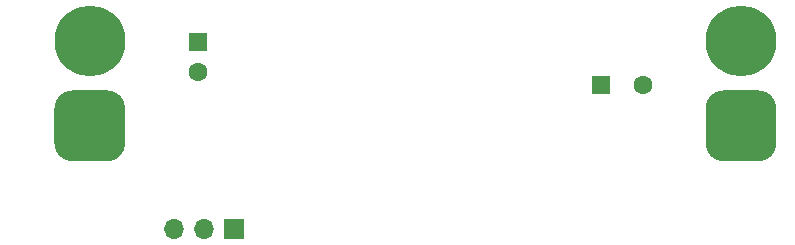
<source format=gbr>
%TF.GenerationSoftware,KiCad,Pcbnew,5.1.10*%
%TF.CreationDate,2021-11-10T11:04:15+01:00*%
%TF.ProjectId,PoE_Boost-Converter,506f455f-426f-46f7-9374-2d436f6e7665,rev?*%
%TF.SameCoordinates,Original*%
%TF.FileFunction,Soldermask,Bot*%
%TF.FilePolarity,Negative*%
%FSLAX46Y46*%
G04 Gerber Fmt 4.6, Leading zero omitted, Abs format (unit mm)*
G04 Created by KiCad (PCBNEW 5.1.10) date 2021-11-10 11:04:15*
%MOMM*%
%LPD*%
G01*
G04 APERTURE LIST*
%ADD10C,6.000000*%
%ADD11O,1.700000X1.700000*%
%ADD12R,1.700000X1.700000*%
%ADD13C,1.600000*%
%ADD14R,1.600000X1.600000*%
G04 APERTURE END LIST*
%TO.C,J3*%
G36*
G01*
X157900000Y-62340000D02*
X154900000Y-62340000D01*
G75*
G02*
X153400000Y-60840000I0J1500000D01*
G01*
X153400000Y-57840000D01*
G75*
G02*
X154900000Y-56340000I1500000J0D01*
G01*
X157900000Y-56340000D01*
G75*
G02*
X159400000Y-57840000I0J-1500000D01*
G01*
X159400000Y-60840000D01*
G75*
G02*
X157900000Y-62340000I-1500000J0D01*
G01*
G37*
D10*
X156400000Y-52140000D03*
%TD*%
%TO.C,J2*%
G36*
G01*
X102770000Y-62340000D02*
X99770000Y-62340000D01*
G75*
G02*
X98270000Y-60840000I0J1500000D01*
G01*
X98270000Y-57840000D01*
G75*
G02*
X99770000Y-56340000I1500000J0D01*
G01*
X102770000Y-56340000D01*
G75*
G02*
X104270000Y-57840000I0J-1500000D01*
G01*
X104270000Y-60840000D01*
G75*
G02*
X102770000Y-62340000I-1500000J0D01*
G01*
G37*
X101270000Y-52140000D03*
%TD*%
D11*
%TO.C,J1*%
X108370000Y-68080000D03*
X110910000Y-68080000D03*
D12*
X113450000Y-68080000D03*
%TD*%
D13*
%TO.C,C7*%
X148080000Y-55840000D03*
D14*
X144580000Y-55840000D03*
%TD*%
D13*
%TO.C,C1*%
X110460000Y-54780000D03*
D14*
X110460000Y-52280000D03*
%TD*%
M02*

</source>
